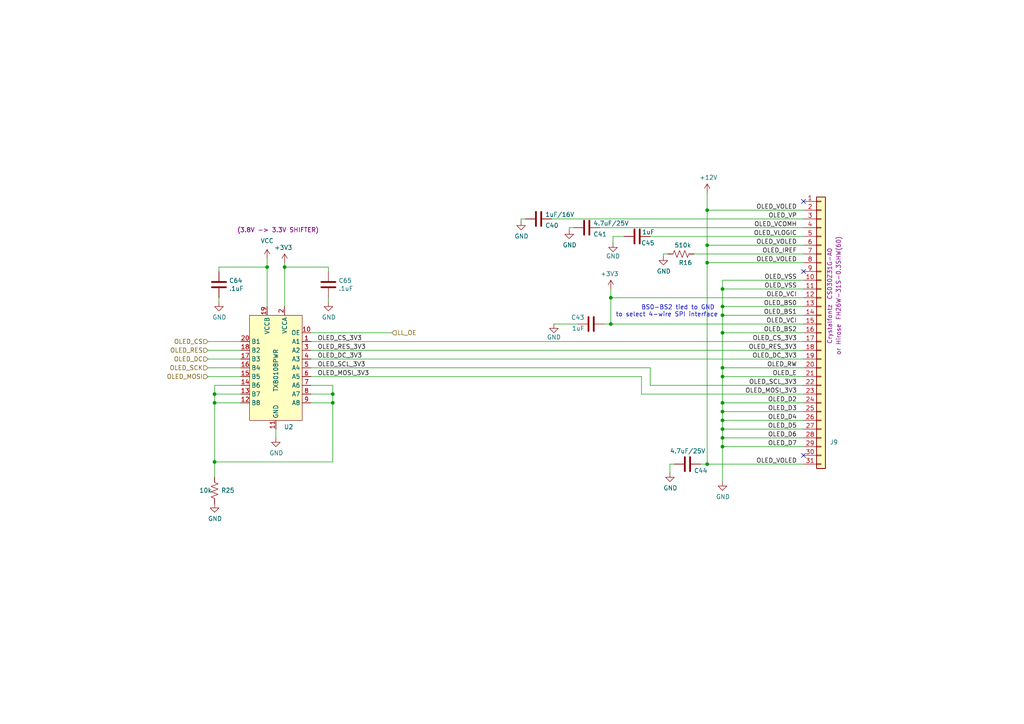
<source format=kicad_sch>
(kicad_sch (version 20230121) (generator eeschema)
  (paper "A4")
  (title_block (title "OLED DRIVER ") (comment 2 "FOR CRYSTALFONTZ P/N CFAL25664C0-021M-W "))
  (lib_symbols
    (symbol "Connector_Generic:Conn_01x31" (pin_names (offset 1.016) hide)
      (property "Reference" "J" (at 0 40.64 0))
      (property "Value" "Conn_01x31" (at 0 -40.64 0))
      (symbol "Conn_01x31_1_1"
        (rectangle (start -1.27 -37.973) (end 0 -38.227) (stroke (width 0.1524)))
        (rectangle (start -1.27 -35.433) (end 0 -35.687) (stroke (width 0.1524)))
        (rectangle (start -1.27 -32.893) (end 0 -33.147) (stroke (width 0.1524)))
        (rectangle (start -1.27 -30.353) (end 0 -30.607) (stroke (width 0.1524)))
        (rectangle (start -1.27 -27.813) (end 0 -28.067) (stroke (width 0.1524)))
        (rectangle (start -1.27 -25.273) (end 0 -25.527) (stroke (width 0.1524)))
        (rectangle (start -1.27 -22.733) (end 0 -22.987) (stroke (width 0.1524)))
        (rectangle (start -1.27 -20.193) (end 0 -20.447) (stroke (width 0.1524)))
        (rectangle (start -1.27 -17.653) (end 0 -17.907) (stroke (width 0.1524)))
        (rectangle (start -1.27 -15.113) (end 0 -15.367) (stroke (width 0.1524)))
        (rectangle (start -1.27 -12.573) (end 0 -12.827) (stroke (width 0.1524)))
        (rectangle (start -1.27 -10.033) (end 0 -10.287) (stroke (width 0.1524)))
        (rectangle (start -1.27 -7.493) (end 0 -7.747) (stroke (width 0.1524)))
        (rectangle (start -1.27 -4.953) (end 0 -5.207) (stroke (width 0.1524)))
        (rectangle (start -1.27 -2.413) (end 0 -2.667) (stroke (width 0.1524)))
        (rectangle (start -1.27 0.127) (end 0 -0.127) (stroke (width 0.1524)))
        (rectangle (start -1.27 2.667) (end 0 2.413) (stroke (width 0.1524)))
        (rectangle (start -1.27 5.207) (end 0 4.953) (stroke (width 0.1524)))
        (rectangle (start -1.27 7.747) (end 0 7.493) (stroke (width 0.1524)))
        (rectangle (start -1.27 10.287) (end 0 10.033) (stroke (width 0.1524)))
        (rectangle (start -1.27 12.827) (end 0 12.573) (stroke (width 0.1524)))
        (rectangle (start -1.27 15.367) (end 0 15.113) (stroke (width 0.1524)))
        (rectangle (start -1.27 17.907) (end 0 17.653) (stroke (width 0.1524)))
        (rectangle (start -1.27 20.447) (end 0 20.193) (stroke (width 0.1524)))
        (rectangle (start -1.27 22.987) (end 0 22.733) (stroke (width 0.1524)))
        (rectangle (start -1.27 25.527) (end 0 25.273) (stroke (width 0.1524)))
        (rectangle (start -1.27 28.067) (end 0 27.813) (stroke (width 0.1524)))
        (rectangle (start -1.27 30.607) (end 0 30.353) (stroke (width 0.1524)))
        (rectangle (start -1.27 33.147) (end 0 32.893) (stroke (width 0.1524)))
        (rectangle (start -1.27 35.687) (end 0 35.433) (stroke (width 0.1524)))
        (rectangle (start -1.27 38.227) (end 0 37.973) (stroke (width 0.1524)))
        (rectangle (start -1.27 39.37) (end 1.27 -39.37) (stroke (width 0.254)) (fill (type background)))
        (pin passive line (at -5.08 38.1 0) (length 3.81) (name "Pin_1") (number "1"))
        (pin passive line (at -5.08 15.24 0) (length 3.81) (name "Pin_10") (number "10"))
        (pin passive line (at -5.08 12.7 0) (length 3.81) (name "Pin_11") (number "11"))
        (pin passive line (at -5.08 10.16 0) (length 3.81) (name "Pin_12") (number "12"))
        (pin passive line (at -5.08 7.62 0) (length 3.81) (name "Pin_13") (number "13"))
        (pin passive line (at -5.08 5.08 0) (length 3.81) (name "Pin_14") (number "14"))
        (pin passive line (at -5.08 2.54 0) (length 3.81) (name "Pin_15") (number "15"))
        (pin passive line (at -5.08 0 0) (length 3.81) (name "Pin_16") (number "16"))
        (pin passive line (at -5.08 -2.54 0) (length 3.81) (name "Pin_17") (number "17"))
        (pin passive line (at -5.08 -5.08 0) (length 3.81) (name "Pin_18") (number "18"))
        (pin passive line (at -5.08 -7.62 0) (length 3.81) (name "Pin_19") (number "19"))
        (pin passive line (at -5.08 35.56 0) (length 3.81) (name "Pin_2") (number "2"))
        (pin passive line (at -5.08 -10.16 0) (length 3.81) (name "Pin_20") (number "20"))
        (pin passive line (at -5.08 -12.7 0) (length 3.81) (name "Pin_21") (number "21"))
        (pin passive line (at -5.08 -15.24 0) (length 3.81) (name "Pin_22") (number "22"))
        (pin passive line (at -5.08 -17.78 0) (length 3.81) (name "Pin_23") (number "23"))
        (pin passive line (at -5.08 -20.32 0) (length 3.81) (name "Pin_24") (number "24"))
        (pin passive line (at -5.08 -22.86 0) (length 3.81) (name "Pin_25") (number "25"))
        (pin passive line (at -5.08 -25.4 0) (length 3.81) (name "Pin_26") (number "26"))
        (pin passive line (at -5.08 -27.94 0) (length 3.81) (name "Pin_27") (number "27"))
        (pin passive line (at -5.08 -30.48 0) (length 3.81) (name "Pin_28") (number "28"))
        (pin passive line (at -5.08 -33.02 0) (length 3.81) (name "Pin_29") (number "29"))
        (pin passive line (at -5.08 33.02 0) (length 3.81) (name "Pin_3") (number "3"))
        (pin passive line (at -5.08 -35.56 0) (length 3.81) (name "Pin_30") (number "30"))
        (pin passive line (at -5.08 -38.1 0) (length 3.81) (name "Pin_31") (number "31"))
        (pin passive line (at -5.08 30.48 0) (length 3.81) (name "Pin_4") (number "4"))
        (pin passive line (at -5.08 27.94 0) (length 3.81) (name "Pin_5") (number "5"))
        (pin passive line (at -5.08 25.4 0) (length 3.81) (name "Pin_6") (number "6"))
        (pin passive line (at -5.08 22.86 0) (length 3.81) (name "Pin_7") (number "7"))
        (pin passive line (at -5.08 20.32 0) (length 3.81) (name "Pin_8") (number "8"))
        (pin passive line (at -5.08 17.78 0) (length 3.81) (name "Pin_9") (number "9"))
      )
    )
    (symbol "Device:C" (pin_numbers hide) (pin_names (offset 0.254))
      (property "Reference" "C" (at 0.635 2.54 0))
      (property "Value" "C" (at 0.635 -2.54 0))
      (symbol "C_0_1"
        (polyline (pts (xy -2.032 -0.762) (xy 2.032 -0.762)) (stroke (width 0.508)))
        (polyline (pts (xy -2.032 0.762) (xy 2.032 0.762)) (stroke (width 0.508)))
      )
      (symbol "C_1_1"
        (pin passive line (at 0 3.81 270) (length 2.794) (name "~") (number "1"))
        (pin passive line (at 0 -3.81 90) (length 2.794) (name "~") (number "2"))
      )
    )
    (symbol "Device:R_US" (pin_numbers hide) (pin_names (offset 0))
      (property "Reference" "R" (at 2.54 0 90))
      (property "Value" "R_US" (at -2.54 0 90))
      (symbol "R_US_0_1"
        (polyline (pts (xy 0 -2.286) (xy 0 -2.54)))
        (polyline (pts (xy 0 2.286) (xy 0 2.54)))
        (polyline (pts (xy 0 -0.762) (xy 1.016 -1.143) (xy 0 -1.524) (xy -1.016 -1.905) (xy 0 -2.286)))
        (polyline (pts (xy 0 0.762) (xy 1.016 0.381) (xy 0 0) (xy -1.016 -0.381) (xy 0 -0.762)))
        (polyline (pts (xy 0 2.286) (xy 1.016 1.905) (xy 0 1.524) (xy -1.016 1.143) (xy 0 0.762)))
      )
      (symbol "R_US_1_1"
        (pin passive line (at 0 3.81 270) (length 1.27) (name "~") (number "1"))
        (pin passive line (at 0 -3.81 90) (length 1.27) (name "~") (number "2"))
      )
    )
    (symbol "MyLibrary:TXB0108PWR"
      (property "Reference" "U" (at 1.27 7.62 0))
      (property "Value" "TXB0108PWR" (at 0 -0.635 90))
      (symbol "TXB0108PWR_0_1"
        (rectangle (start -7.62 13.97) (end 7.62 -16.51) (fill (type background)))
      )
      (symbol "TXB0108PWR_1_1"
        (pin bidirectional line (at -10.16 6.35 0) (length 2.54) (name "A1") (number "1"))
        (pin bidirectional line (at -10.16 8.89 0) (length 2.54) (name "OE") (number "10"))
        (pin bidirectional line (at 0 -19.05 90) (length 2.54) (name "GND") (number "11"))
        (pin bidirectional line (at 10.16 -11.43 180) (length 2.54) (name "B8") (number "12"))
        (pin bidirectional line (at 10.16 -8.89 180) (length 2.54) (name "B7") (number "13"))
        (pin bidirectional line (at 10.16 -6.35 180) (length 2.54) (name "B6") (number "14"))
        (pin bidirectional line (at 10.16 -3.81 180) (length 2.54) (name "B5") (number "15"))
        (pin bidirectional line (at 10.16 -1.27 180) (length 2.54) (name "B4") (number "16"))
        (pin bidirectional line (at 10.16 1.27 180) (length 2.54) (name "B3") (number "17"))
        (pin bidirectional line (at 10.16 3.81 180) (length 2.54) (name "B2") (number "18"))
        (pin bidirectional line (at 2.54 16.51 270) (length 2.54) (name "VCCB") (number "19"))
        (pin bidirectional line (at -2.54 16.51 270) (length 2.54) (name "VCCA") (number "2"))
        (pin bidirectional line (at 10.16 6.35 180) (length 2.54) (name "B1") (number "20"))
        (pin bidirectional line (at -10.16 3.81 0) (length 2.54) (name "A2") (number "3"))
        (pin bidirectional line (at -10.16 1.27 0) (length 2.54) (name "A3") (number "4"))
        (pin bidirectional line (at -10.16 -1.27 0) (length 2.54) (name "A4") (number "5"))
        (pin bidirectional line (at -10.16 -3.81 0) (length 2.54) (name "A5") (number "6"))
        (pin bidirectional line (at -10.16 -6.35 0) (length 2.54) (name "A6") (number "7"))
        (pin bidirectional line (at -10.16 -8.89 0) (length 2.54) (name "A7") (number "8"))
        (pin bidirectional line (at -10.16 -11.43 0) (length 2.54) (name "A8") (number "9"))
      )
    )
    (symbol "power:+12V" (power) (pin_names (offset 0))
      (property "Value" "+12V" (at 0 3.556 0))
      (symbol "+12V_0_1"
        (polyline (pts (xy -0.762 1.27) (xy 0 2.54)))
        (polyline (pts (xy 0 0) (xy 0 2.54)))
        (polyline (pts (xy 0 2.54) (xy 0.762 1.27)))
      )
      (symbol "+12V_1_1"
        (pin power_in line (at 0 0 90) (length 0) hide (name "+12V") (number "1"))
      )
    )
    (symbol "power:+3V3" (power) (pin_names (offset 0))
      (property "Value" "+3V3" (at 0 3.556 0))
      (symbol "+3V3_0_1"
        (polyline (pts (xy -0.762 1.27) (xy 0 2.54)))
        (polyline (pts (xy 0 0) (xy 0 2.54)))
        (polyline (pts (xy 0 2.54) (xy 0.762 1.27)))
      )
      (symbol "+3V3_1_1"
        (pin power_in line (at 0 0 90) (length 0) hide (name "+3V3") (number "1"))
      )
    )
    (symbol "power:GND" (power) (pin_names (offset 0))
      (property "Value" "GND" (at 0 -3.81 0))
      (symbol "GND_0_1"
        (polyline (pts (xy 0 0) (xy 0 -1.27) (xy 1.27 -1.27) (xy 0 -2.54) (xy -1.27 -1.27) (xy 0 -1.27)))
      )
      (symbol "GND_1_1"
        (pin power_in line (at 0 0 270) (length 0) hide (name "GND") (number "1"))
      )
    )
    (symbol "power:VCC" (power) (pin_names (offset 0))
      (property "Value" "VCC" (at 0 3.81 0))
      (symbol "VCC_0_1"
        (polyline (pts (xy -0.762 1.27) (xy 0 2.54)))
        (polyline (pts (xy 0 0) (xy 0 2.54)))
        (polyline (pts (xy 0 2.54) (xy 0.762 1.27)))
      )
      (symbol "VCC_1_1"
        (pin power_in line (at 0 0 90) (length 0) hide (name "VCC") (number "1"))
      )
    )
  )
  (junction (at 62.23 114.3))
  (junction (at 209.55 124.46))
  (junction (at 205.105 76.2))
  (junction (at 209.55 127))
  (junction (at 62.23 133.985))
  (junction (at 209.55 96.52))
  (junction (at 177.165 86.36))
  (junction (at 209.55 129.54))
  (junction (at 62.23 116.84))
  (junction (at 209.55 119.38))
  (junction (at 209.55 116.84))
  (junction (at 82.55 77.47))
  (junction (at 209.55 88.9))
  (junction (at 205.105 71.12))
  (junction (at 209.55 109.22))
  (junction (at 177.165 93.98))
  (junction (at 209.55 83.82))
  (junction (at 209.55 106.68))
  (junction (at 209.55 91.44))
  (junction (at 77.47 77.47))
  (junction (at 96.52 114.3))
  (junction (at 205.105 134.62))
  (junction (at 205.105 60.96))
  (junction (at 209.55 121.92))
  (junction (at 96.52 116.84))
  (no_connect (at 233.045 132.08))
  (no_connect (at 233.045 58.42))
  (no_connect (at 233.045 78.74))
  (wire (pts (xy 96.52 133.985) (xy 62.23 133.985)))
  (wire (pts (xy 209.55 121.92) (xy 209.55 119.38)))
  (wire (pts (xy 60.325 99.06) (xy 69.85 99.06)))
  (wire (pts (xy 177.165 93.98) (xy 177.165 86.36)))
  (wire (pts (xy 209.55 81.28) (xy 233.045 81.28)))
  (wire (pts (xy 209.55 88.9) (xy 209.55 83.82)))
  (wire (pts (xy 62.23 114.3) (xy 69.85 114.3)))
  (wire (pts (xy 186.055 109.22) (xy 90.17 109.22)))
  (wire (pts (xy 95.25 78.74) (xy 95.25 77.47)))
  (wire (pts (xy 62.23 116.84) (xy 62.23 114.3)))
  (wire (pts (xy 188.595 68.58) (xy 233.045 68.58)))
  (wire (pts (xy 177.8 70.485) (xy 177.8 68.58)))
  (wire (pts (xy 96.52 116.84) (xy 96.52 114.3)))
  (wire (pts (xy 95.25 87.63) (xy 95.25 86.36)))
  (wire (pts (xy 90.17 116.84) (xy 96.52 116.84)))
  (wire (pts (xy 233.045 129.54) (xy 209.55 129.54)))
  (wire (pts (xy 192.405 73.66) (xy 192.405 74.295)))
  (wire (pts (xy 77.47 88.9) (xy 77.47 77.47)))
  (wire (pts (xy 233.045 91.44) (xy 209.55 91.44)))
  (wire (pts (xy 233.045 83.82) (xy 209.55 83.82)))
  (wire (pts (xy 77.47 77.47) (xy 77.47 74.93)))
  (wire (pts (xy 69.85 116.84) (xy 62.23 116.84)))
  (wire (pts (xy 62.23 116.84) (xy 62.23 133.985)))
  (wire (pts (xy 233.045 134.62) (xy 205.105 134.62)))
  (wire (pts (xy 209.55 106.68) (xy 209.55 109.22)))
  (wire (pts (xy 62.23 133.985) (xy 62.23 138.43)))
  (wire (pts (xy 209.55 124.46) (xy 209.55 121.92)))
  (wire (pts (xy 233.045 124.46) (xy 209.55 124.46)))
  (wire (pts (xy 233.045 106.68) (xy 209.55 106.68)))
  (wire (pts (xy 188.595 111.76) (xy 233.045 111.76)))
  (wire (pts (xy 63.5 77.47) (xy 63.5 78.74)))
  (wire (pts (xy 209.55 139.7) (xy 209.55 129.54)))
  (wire (pts (xy 205.105 60.96) (xy 233.045 60.96)))
  (wire (pts (xy 151.13 63.5) (xy 151.13 64.135)))
  (wire (pts (xy 95.25 77.47) (xy 82.55 77.47)))
  (wire (pts (xy 205.105 60.96) (xy 205.105 55.88)))
  (wire (pts (xy 90.17 106.68) (xy 188.595 106.68)))
  (wire (pts (xy 233.045 119.38) (xy 209.55 119.38)))
  (wire (pts (xy 173.99 66.04) (xy 233.045 66.04)))
  (wire (pts (xy 96.52 114.3) (xy 96.52 111.76)))
  (wire (pts (xy 188.595 106.68) (xy 188.595 111.76)))
  (wire (pts (xy 60.325 106.68) (xy 69.85 106.68)))
  (wire (pts (xy 151.13 63.5) (xy 152.4 63.5)))
  (wire (pts (xy 80.01 124.46) (xy 80.01 127)))
  (wire (pts (xy 63.5 87.63) (xy 63.5 86.36)))
  (wire (pts (xy 194.31 137.16) (xy 194.31 134.62)))
  (wire (pts (xy 166.37 66.04) (xy 165.1 66.04)))
  (wire (pts (xy 209.55 119.38) (xy 209.55 116.84)))
  (wire (pts (xy 233.045 63.5) (xy 160.02 63.5)))
  (wire (pts (xy 209.55 121.92) (xy 233.045 121.92)))
  (wire (pts (xy 233.045 71.12) (xy 205.105 71.12)))
  (wire (pts (xy 77.47 77.47) (xy 63.5 77.47)))
  (wire (pts (xy 209.55 109.22) (xy 233.045 109.22)))
  (wire (pts (xy 177.165 83.82) (xy 177.165 86.36)))
  (wire (pts (xy 233.045 76.2) (xy 205.105 76.2)))
  (wire (pts (xy 165.1 66.04) (xy 165.1 66.675)))
  (wire (pts (xy 60.325 104.14) (xy 69.85 104.14)))
  (wire (pts (xy 90.17 104.14) (xy 233.045 104.14)))
  (wire (pts (xy 82.55 76.2) (xy 82.55 77.47)))
  (wire (pts (xy 233.045 86.36) (xy 177.165 86.36)))
  (wire (pts (xy 205.105 71.12) (xy 205.105 60.96)))
  (wire (pts (xy 90.17 114.3) (xy 96.52 114.3)))
  (wire (pts (xy 209.55 127) (xy 209.55 124.46)))
  (wire (pts (xy 203.2 134.62) (xy 205.105 134.62)))
  (wire (pts (xy 233.045 93.98) (xy 177.165 93.98)))
  (wire (pts (xy 60.325 109.22) (xy 69.85 109.22)))
  (wire (pts (xy 205.105 76.2) (xy 205.105 71.12)))
  (wire (pts (xy 233.045 73.66) (xy 201.295 73.66)))
  (wire (pts (xy 175.26 93.98) (xy 177.165 93.98)))
  (wire (pts (xy 186.055 114.3) (xy 186.055 109.22)))
  (wire (pts (xy 90.17 99.06) (xy 233.045 99.06)))
  (wire (pts (xy 209.55 106.68) (xy 209.55 96.52)))
  (wire (pts (xy 209.55 96.52) (xy 209.55 91.44)))
  (wire (pts (xy 209.55 116.84) (xy 233.045 116.84)))
  (wire (pts (xy 96.52 111.76) (xy 90.17 111.76)))
  (wire (pts (xy 209.55 83.82) (xy 209.55 81.28)))
  (wire (pts (xy 194.31 134.62) (xy 195.58 134.62)))
  (wire (pts (xy 192.405 73.66) (xy 193.675 73.66)))
  (wire (pts (xy 209.55 91.44) (xy 209.55 88.9)))
  (wire (pts (xy 205.105 134.62) (xy 205.105 76.2)))
  (wire (pts (xy 60.325 101.6) (xy 69.85 101.6)))
  (wire (pts (xy 233.045 114.3) (xy 186.055 114.3)))
  (wire (pts (xy 233.045 96.52) (xy 209.55 96.52)))
  (wire (pts (xy 90.17 96.52) (xy 113.665 96.52)))
  (wire (pts (xy 90.17 101.6) (xy 233.045 101.6)))
  (wire (pts (xy 180.975 68.58) (xy 177.8 68.58)))
  (wire (pts (xy 62.23 114.3) (xy 62.23 111.76)))
  (wire (pts (xy 82.55 77.47) (xy 82.55 88.9)))
  (wire (pts (xy 233.045 88.9) (xy 209.55 88.9)))
  (wire (pts (xy 209.55 129.54) (xy 209.55 127)))
  (wire (pts (xy 209.55 127) (xy 233.045 127)))
  (wire (pts (xy 160.655 93.98) (xy 167.64 93.98)))
  (wire (pts (xy 96.52 116.84) (xy 96.52 133.985)))
  (wire (pts (xy 209.55 116.84) (xy 209.55 109.22)))
  (wire (pts (xy 62.23 111.76) (xy 69.85 111.76)))
  (text "BS0-BS2 tied to GND \nto select 4-wire SPI interface" (at 208.28 92.075 0) (effects (font (size 1.27 1.27)) (justify right bottom)))
  (label "OLED_D2" (at 231.14 116.84 180))
  (label "OLED_RES_3V3" (at 92.075 101.6 0))
  (label "OLED_D4" (at 231.14 121.92 180))
  (label "OLED_VCI" (at 231.14 93.98 180))
  (label "OLED_BS2" (at 231.14 96.52 180))
  (label "OLED_BS1" (at 231.14 91.44 180))
  (label "OLED_BS0" (at 231.14 88.9 180))
  (label "OLED_VSS" (at 231.14 81.28 180))
  (label "OLED_VOLED" (at 231.14 71.12 180))
  (label "OLED_D3" (at 231.14 119.38 180))
  (label "OLED_CS_3V3" (at 231.14 99.06 180))
  (label "OLED_VOLED" (at 231.14 134.62 180))
  (label "OLED_IREF" (at 231.14 73.66 180))
  (label "OLED_DC_3V3" (at 231.14 104.14 180))
  (label "OLED_CS_3V3" (at 92.075 99.06 0))
  (label "OLED_VP" (at 231.14 63.5 180))
  (label "OLED_VOLED" (at 231.14 76.2 180))
  (label "OLED_D5" (at 231.14 124.46 180))
  (label "OLED_D7" (at 231.14 129.54 180))
  (label "OLED_DC_3V3" (at 92.075 104.14 0))
  (label "OLED_VLOGIC" (at 231.14 68.58 180))
  (label "OLED_MOSI_3V3" (at 231.14 114.3 180))
  (label "OLED_VSS" (at 231.14 83.82 180))
  (label "OLED_VCI" (at 231.14 86.36 180))
  (label "OLED_MOSI_3V3" (at 92.075 109.22 0))
  (label "OLED_RW" (at 231.14 106.68 180))
  (label "OLED_SCL_3V3" (at 92.075 106.68 0))
  (label "OLED_VCOMH" (at 231.14 66.04 180))
  (label "OLED_SCL_3V3" (at 231.14 111.76 180))
  (label "OLED_D6" (at 231.14 127 180))
  (label "OLED_VOLED" (at 231.14 60.96 180))
  (label "OLED_E" (at 231.14 109.22 180))
  (label "OLED_RES_3V3" (at 231.14 101.6 180))
  (hierarchical_label "OLED_RES" (shape input) (at 60.325 101.6 180))
  (hierarchical_label "OLED_SCK" (shape input) (at 60.325 106.68 180))
  (hierarchical_label "OLED_CS" (shape input) (at 60.325 99.06 180))
  (hierarchical_label "OLED_DC" (shape input) (at 60.325 104.14 180))
  (hierarchical_label "LL_OE" (shape input) (at 113.665 96.52 0))
  (hierarchical_label "OLED_MOSI" (shape input) (at 60.325 109.22 180))
  (symbol (lib_id "power:+3V3") (at 177.165 83.82 0) (mirror y) (unit 1)
    (property "Reference" "#PWR0221" (effects hide))
    (property "Value" "+3V3" (at 176.784 79.4258 0))
  )
  (symbol (lib_id "power:+12V") (at 205.105 55.88 0) (unit 1)
    (property "Reference" "#PWR0230" (effects hide))
    (property "Value" "+12V" (at 205.486 51.4858 0))
  )
  (symbol (lib_id "Connector_Generic:Conn_01x31") (at 238.125 96.52 0) (unit 1)
    (property "Reference" "J9" (at 240.665 128.27 0) (effects (justify left)))
    (property "Value" "FPC Connector for OLED" (effects hide))
    (property "Footprint" "MyFootprints:Hirose_FPC_FH26W-31S-0.3SHW(60)" (effects hide))
    (property "Mfg. Name" "Crystalfontz" (at 240.665 93.98 90))
    (property "Mfg. Part No." "CS030Z31G-A0" (at 240.665 79.375 90))
    (property "Alt. Mfg. Name" "or Hirose" (at 243.205 98.425 90))
    (property "Alt. Mfg. Par No." "FH26W-31S-0.3SHW(60)" (at 243.205 80.645 90))
  )
  (symbol (lib_id "power:GND") (at 177.8 70.485 0) (unit 1)
    (property "Reference" "#PWR0231" (effects hide))
    (property "Value" "GND" (at 177.8 74.295 0))
  )
  (symbol (lib_id "Device:C") (at 184.785 68.58 90) (unit 1)
    (property "Reference" "C45" (at 189.865 70.485 90) (effects (justify left)))
    (property "Value" "1uF" (at 189.865 67.31 90) (effects (justify left)))
    (property "Footprint" "Capacitor_SMD:C_0402_1005Metric" (effects hide))
    (property "Mfg. Name" "Kemet" (effects hide))
    (property "Mfg. Part No." "C0402C105K9PACTU" (effects hide))
  )
  (symbol (lib_id "power:GND") (at 209.55 139.7 0) (unit 1)
    (property "Reference" "#PWR0232" (effects hide))
    (property "Value" "GND" (at 209.677 144.0942 0))
  )
  (symbol (lib_id "Device:C") (at 156.21 63.5 270) (unit 1)
    (property "Reference" "C40" (at 158.115 65.405 90) (effects (justify left)))
    (property "Value" "1uF/16V" (at 158.115 62.23 90) (effects (justify left)))
    (property "Footprint" "Capacitor_SMD:C_0805_2012Metric" (effects hide))
    (property "Mfg. Name" "Kemet" (effects hide))
    (property "Mfg. Part No." "C0805C105K4RACTU" (effects hide))
  )
  (symbol (lib_id "power:GND") (at 151.13 64.135 0) (unit 1)
    (property "Reference" "#PWR0235" (effects hide))
    (property "Value" "GND" (at 151.257 68.5292 0))
  )
  (symbol (lib_id "Device:C") (at 170.18 66.04 270) (unit 1)
    (property "Reference" "C41" (at 172.085 67.945 90) (effects (justify left)))
    (property "Value" "4.7uF/25V" (at 172.085 64.77 90) (effects (justify left)))
    (property "Footprint" "Capacitor_SMD:C_0805_2012Metric" (effects hide))
    (property "Mfg. Name" "Kemet" (effects hide))
    (property "Mfg. Part No." "C0805C475K3PACTU" (effects hide))
  )
  (symbol (lib_id "power:GND") (at 194.31 137.16 0) (unit 1)
    (property "Reference" "#PWR0220" (effects hide))
    (property "Value" "GND" (at 194.437 141.5542 0))
  )
  (symbol (lib_id "Device:R_US") (at 197.485 73.66 270) (unit 1)
    (property "Reference" "R16" (at 196.85 76.2 90) (effects (justify left)))
    (property "Value" "510k" (at 195.58 71.12 90) (effects (justify left)))
    (property "Footprint" "Resistor_SMD:R_0603_1608Metric" (effects hide))
  )
  (symbol (lib_id "power:GND") (at 192.405 74.295 0) (unit 1)
    (property "Reference" "#PWR0222" (effects hide))
    (property "Value" "GND" (at 192.532 78.6892 0))
  )
  (symbol (lib_id "power:GND") (at 165.1 66.675 0) (unit 1)
    (property "Reference" "#PWR0236" (effects hide))
    (property "Value" "GND" (at 165.227 71.0692 0))
  )
  (symbol (lib_id "Device:C") (at 171.45 93.98 90) (unit 1)
    (property "Reference" "C43" (at 169.545 92.075 90) (effects (justify left)))
    (property "Value" "1uF" (at 169.545 95.25 90) (effects (justify left)))
    (property "Footprint" "Capacitor_SMD:C_0402_1005Metric" (effects hide))
    (property "Mfg. Name" "Kemet" (effects hide))
    (property "Mfg. Part No." "C0402C105K9PACTU" (effects hide))
  )
  (symbol (lib_id "power:GND") (at 160.655 93.98 0) (unit 1)
    (property "Reference" "#PWR0237" (effects hide))
    (property "Value" "GND" (at 160.655 97.79 0))
  )
  (symbol (lib_id "Device:C") (at 199.39 134.62 270) (unit 1)
    (property "Reference" "C44" (at 201.295 136.525 90) (effects (justify left)))
    (property "Value" "4.7uF/25V" (at 194.31 130.81 90) (effects (justify left)))
    (property "Footprint" "Capacitor_SMD:C_0805_2012Metric" (effects hide))
    (property "Mfg. Name" "Kemet" (effects hide))
    (property "Mfg. Part No." "C0805C475K3PACTU" (effects hide))
  )
  (symbol (lib_id "power:VCC") (at 77.47 74.93 0) (unit 1)
    (property "Reference" "#PWR09" (effects hide))
    (property "Value" "VCC" (at 77.47 69.85 0))
    (instances (project "SARD_Motherboard" (path "" (reference "#PWR09") (unit 1)) (path "" (reference "#PWR017") (unit 1))))
  )
  (symbol (lib_id "power:GND") (at 95.25 87.63 0) (unit 1)
    (property "Reference" "#PWR0173" (effects hide))
    (property "Value" "GND" (at 95.377 92.0242 0))
  )
  (symbol (lib_id "power:GND") (at 62.23 146.05 0) (unit 1)
    (property "Reference" "#PWR0226" (effects hide))
    (property "Value" "GND" (at 62.357 150.4442 0))
  )
  (symbol (lib_id "Device:C") (at 63.5 82.55 0) (unit 1)
    (property "Reference" "C64" (at 66.421 81.3816 0) (effects (justify left)))
    (property "Value" ".1uF" (at 66.421 83.693 0) (effects (justify left)))
    (property "Footprint" "Capacitor_SMD:C_0603_1608Metric" (effects hide))
  )
  (symbol (lib_id "power:+3V3") (at 82.55 76.2 0) (mirror y) (unit 1)
    (property "Reference" "#PWR0223" (effects hide))
    (property "Value" "+3V3" (at 82.169 71.8058 0))
  )
  (symbol (lib_id "power:GND") (at 80.01 127 0) (unit 1)
    (property "Reference" "#PWR0225" (effects hide))
    (property "Value" "GND" (at 80.137 131.3942 0))
  )
  (symbol (lib_id "MyLibrary:TXB0108PWR") (at 80.01 105.41 0) (mirror y) (unit 1)
    (property "Reference" "U2" (at 85.09 123.825 0) (effects (justify left)))
    (property "Value" "TXB0108PWR" (at 80.01 113.665 90) (effects (justify left)))
    (property "Footprint" "Package_SO:TSSOP-20_4.4x6.5mm_P0.65mm" (effects hide))
    (property "Label" "(3.8V -> 3.3V SHIFTER)" (at 80.645 66.675 0))
    (property "Mfg. Name" "TI" (effects hide))
    (property "Mfg. Part No." "TXB0108PWR" (effects hide))
  )
  (symbol (lib_id "Device:R_US") (at 62.23 142.24 0) (unit 1)
    (property "Reference" "R25" (at 64.135 142.24 0) (effects (justify left)))
    (property "Value" "10k" (at 57.785 142.24 0) (effects (justify left)))
    (property "Footprint" "Resistor_SMD:R_0603_1608Metric" (effects hide))
  )
  (symbol (lib_id "power:GND") (at 63.5 87.63 0) (unit 1)
    (property "Reference" "#PWR0219" (effects hide))
    (property "Value" "GND" (at 63.627 92.0242 0))
  )
  (symbol (lib_id "Device:C") (at 95.25 82.55 0) (unit 1)
    (property "Reference" "C65" (at 98.171 81.3816 0) (effects (justify left)))
    (property "Value" ".1uF" (at 98.171 83.693 0) (effects (justify left)))
    (property "Footprint" "Capacitor_SMD:C_0603_1608Metric" (effects hide))
  )
)
</source>
